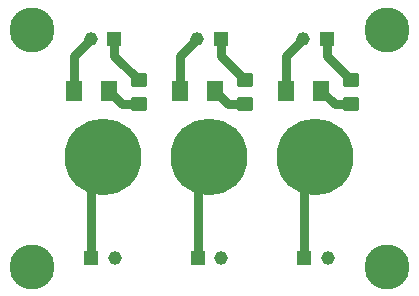
<source format=gbr>
%TF.GenerationSoftware,KiCad,Pcbnew,(6.0.4)*%
%TF.CreationDate,2023-03-31T12:06:15-04:00*%
%TF.ProjectId,switches,73776974-6368-4657-932e-6b696361645f,rev?*%
%TF.SameCoordinates,Original*%
%TF.FileFunction,Copper,L1,Top*%
%TF.FilePolarity,Positive*%
%FSLAX46Y46*%
G04 Gerber Fmt 4.6, Leading zero omitted, Abs format (unit mm)*
G04 Created by KiCad (PCBNEW (6.0.4)) date 2023-03-31 12:06:15*
%MOMM*%
%LPD*%
G01*
G04 APERTURE LIST*
G04 Aperture macros list*
%AMRoundRect*
0 Rectangle with rounded corners*
0 $1 Rounding radius*
0 $2 $3 $4 $5 $6 $7 $8 $9 X,Y pos of 4 corners*
0 Add a 4 corners polygon primitive as box body*
4,1,4,$2,$3,$4,$5,$6,$7,$8,$9,$2,$3,0*
0 Add four circle primitives for the rounded corners*
1,1,$1+$1,$2,$3*
1,1,$1+$1,$4,$5*
1,1,$1+$1,$6,$7*
1,1,$1+$1,$8,$9*
0 Add four rect primitives between the rounded corners*
20,1,$1+$1,$2,$3,$4,$5,0*
20,1,$1+$1,$4,$5,$6,$7,0*
20,1,$1+$1,$6,$7,$8,$9,0*
20,1,$1+$1,$8,$9,$2,$3,0*%
G04 Aperture macros list end*
%TA.AperFunction,ComponentPad*%
%ADD10C,3.800000*%
%TD*%
%TA.AperFunction,SMDPad,CuDef*%
%ADD11RoundRect,0.250000X-0.450000X0.350000X-0.450000X-0.350000X0.450000X-0.350000X0.450000X0.350000X0*%
%TD*%
%TA.AperFunction,SMDPad,CuDef*%
%ADD12C,6.500000*%
%TD*%
%TA.AperFunction,ComponentPad*%
%ADD13C,1.150000*%
%TD*%
%TA.AperFunction,ComponentPad*%
%ADD14R,1.150000X1.150000*%
%TD*%
%TA.AperFunction,SMDPad,CuDef*%
%ADD15RoundRect,0.250001X-0.462499X-0.624999X0.462499X-0.624999X0.462499X0.624999X-0.462499X0.624999X0*%
%TD*%
%TA.AperFunction,Conductor*%
%ADD16C,0.750000*%
%TD*%
G04 APERTURE END LIST*
D10*
%TO.P,REF\u002A\u002A,1*%
%TO.N,N/C*%
X150534000Y-56325000D03*
%TD*%
D11*
%TO.P,R1,1*%
%TO.N,Net-(J2-Pad1)*%
X159534000Y-60625000D03*
%TO.P,R1,2*%
%TO.N,Net-(D1-Pad2)*%
X159534000Y-62625000D03*
%TD*%
D12*
%TO.P,SW3,1,1*%
%TO.N,Net-(J5-Pad1)*%
X174500000Y-67125000D03*
%TD*%
%TO.P,SW2,1,1*%
%TO.N,Net-(J3-Pad1)*%
X165500000Y-67125000D03*
%TD*%
D10*
%TO.P,REF\u002A\u002A,1*%
%TO.N,N/C*%
X150534000Y-76375000D03*
%TD*%
D11*
%TO.P,R3,1*%
%TO.N,Net-(J6-Pad1)*%
X177534000Y-60625000D03*
%TO.P,R3,2*%
%TO.N,Net-(D3-Pad2)*%
X177534000Y-62625000D03*
%TD*%
D13*
%TO.P,J6,2,Pin_2*%
%TO.N,Net-(D3-Pad1)*%
X173459000Y-57100000D03*
D14*
%TO.P,J6,1,Pin_1*%
%TO.N,Net-(J6-Pad1)*%
X175466000Y-57100000D03*
%TD*%
%TO.P,J5,1,Pin_1*%
%TO.N,Net-(J5-Pad1)*%
X173534000Y-75650000D03*
D13*
%TO.P,J5,2,Pin_2*%
%TO.N,Net-(D3-Pad1)*%
X175541000Y-75650000D03*
%TD*%
D14*
%TO.P,J4,1,Pin_1*%
%TO.N,Net-(J4-Pad1)*%
X166466000Y-57100000D03*
D13*
%TO.P,J4,2,Pin_2*%
%TO.N,Net-(D2-Pad1)*%
X164459000Y-57100000D03*
%TD*%
D10*
%TO.P,REF\u002A\u002A,1*%
%TO.N,N/C*%
X180534000Y-56375000D03*
%TD*%
D15*
%TO.P,D1,1,K*%
%TO.N,Net-(D1-Pad1)*%
X154012500Y-61500000D03*
%TO.P,D1,2,A*%
%TO.N,Net-(D1-Pad2)*%
X156987500Y-61500000D03*
%TD*%
D12*
%TO.P,SW1,1,1*%
%TO.N,Net-(J1-Pad1)*%
X156500000Y-67125000D03*
%TD*%
D14*
%TO.P,J3,1,Pin_1*%
%TO.N,Net-(J3-Pad1)*%
X164534000Y-75650000D03*
D13*
%TO.P,J3,2,Pin_2*%
%TO.N,Net-(D2-Pad1)*%
X166541000Y-75650000D03*
%TD*%
D11*
%TO.P,R2,1*%
%TO.N,Net-(J4-Pad1)*%
X168534000Y-60625000D03*
%TO.P,R2,2*%
%TO.N,Net-(D2-Pad2)*%
X168534000Y-62625000D03*
%TD*%
D14*
%TO.P,J2,1,Pin_1*%
%TO.N,Net-(J2-Pad1)*%
X157466000Y-57100000D03*
D13*
%TO.P,J2,2,Pin_2*%
%TO.N,Net-(D1-Pad1)*%
X155459000Y-57100000D03*
%TD*%
D15*
%TO.P,D3,1,K*%
%TO.N,Net-(D3-Pad1)*%
X172012500Y-61500000D03*
%TO.P,D3,2,A*%
%TO.N,Net-(D3-Pad2)*%
X174987500Y-61500000D03*
%TD*%
%TO.P,D2,1,K*%
%TO.N,Net-(D2-Pad1)*%
X163012500Y-61500000D03*
%TO.P,D2,2,A*%
%TO.N,Net-(D2-Pad2)*%
X165987500Y-61500000D03*
%TD*%
D10*
%TO.P,REF\u002A\u002A,1*%
%TO.N,N/C*%
X180534000Y-76375000D03*
%TD*%
D13*
%TO.P,J1,2,Pin_2*%
%TO.N,Net-(D1-Pad1)*%
X157541000Y-75650000D03*
D14*
%TO.P,J1,1,Pin_1*%
%TO.N,Net-(J1-Pad1)*%
X155534000Y-75650000D03*
%TD*%
D16*
%TO.N,Net-(D1-Pad1)*%
X154012500Y-58546500D02*
X155459000Y-57100000D01*
X154012500Y-61500000D02*
X154012500Y-58546500D01*
%TO.N,Net-(D1-Pad2)*%
X159534000Y-62625000D02*
X158112500Y-62625000D01*
X158112500Y-62625000D02*
X156987500Y-61500000D01*
%TO.N,Net-(D2-Pad1)*%
X163012500Y-58546500D02*
X164459000Y-57100000D01*
X163012500Y-61500000D02*
X163012500Y-58546500D01*
%TO.N,Net-(D2-Pad2)*%
X168534000Y-62625000D02*
X167112500Y-62625000D01*
X167112500Y-62625000D02*
X165987500Y-61500000D01*
%TO.N,Net-(D3-Pad1)*%
X172012500Y-58546500D02*
X173459000Y-57100000D01*
X172012500Y-61500000D02*
X172012500Y-58546500D01*
%TO.N,Net-(D3-Pad2)*%
X177534000Y-62625000D02*
X176112500Y-62625000D01*
X176112500Y-62625000D02*
X174987500Y-61500000D01*
%TO.N,Net-(J1-Pad1)*%
X155534000Y-75650000D02*
X155534000Y-66534000D01*
%TO.N,Net-(J2-Pad1)*%
X157466000Y-57100000D02*
X157466000Y-58557000D01*
X157466000Y-58557000D02*
X159534000Y-60625000D01*
%TO.N,Net-(J3-Pad1)*%
X164534000Y-75650000D02*
X164534000Y-66534000D01*
%TO.N,Net-(J4-Pad1)*%
X166466000Y-57100000D02*
X166466000Y-58557000D01*
X166466000Y-58557000D02*
X168534000Y-60625000D01*
%TO.N,Net-(J5-Pad1)*%
X173534000Y-75650000D02*
X173534000Y-66534000D01*
%TO.N,Net-(J6-Pad1)*%
X175466000Y-58557000D02*
X177534000Y-60625000D01*
X175466000Y-57100000D02*
X175466000Y-58557000D01*
%TD*%
M02*

</source>
